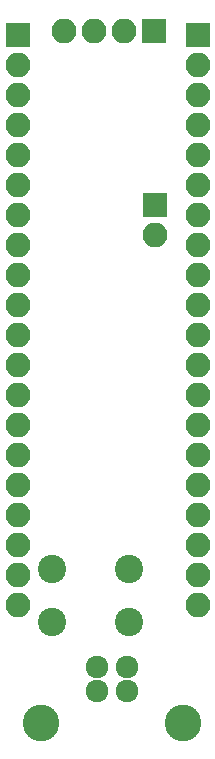
<source format=gbr>
G04 #@! TF.FileFunction,Soldermask,Bot*
%FSLAX46Y46*%
G04 Gerber Fmt 4.6, Leading zero omitted, Abs format (unit mm)*
G04 Created by KiCad (PCBNEW 4.0.7) date 03/25/21 13:56:31*
%MOMM*%
%LPD*%
G01*
G04 APERTURE LIST*
%ADD10C,0.100000*%
%ADD11C,2.400000*%
%ADD12R,2.100000X2.100000*%
%ADD13O,2.100000X2.100000*%
%ADD14C,1.920000*%
%ADD15C,3.100000*%
G04 APERTURE END LIST*
D10*
D11*
X64028000Y-83866000D03*
X64028000Y-79366000D03*
X70528000Y-83866000D03*
X70528000Y-79366000D03*
D12*
X61110000Y-34158000D03*
D13*
X61110000Y-36698000D03*
X61110000Y-39238000D03*
X61110000Y-41778000D03*
X61110000Y-44318000D03*
X61110000Y-46858000D03*
X61110000Y-49398000D03*
X61110000Y-51938000D03*
X61110000Y-54478000D03*
X61110000Y-57018000D03*
X61110000Y-59558000D03*
X61110000Y-62098000D03*
X61110000Y-64638000D03*
X61110000Y-67178000D03*
X61110000Y-69718000D03*
X61110000Y-72258000D03*
X61110000Y-74798000D03*
X61110000Y-77338000D03*
X61110000Y-79878000D03*
X61110000Y-82418000D03*
D12*
X76350000Y-34158000D03*
D13*
X76350000Y-36698000D03*
X76350000Y-39238000D03*
X76350000Y-41778000D03*
X76350000Y-44318000D03*
X76350000Y-46858000D03*
X76350000Y-49398000D03*
X76350000Y-51938000D03*
X76350000Y-54478000D03*
X76350000Y-57018000D03*
X76350000Y-59558000D03*
X76350000Y-62098000D03*
X76350000Y-64638000D03*
X76350000Y-67178000D03*
X76350000Y-69718000D03*
X76350000Y-72258000D03*
X76350000Y-74798000D03*
X76350000Y-77338000D03*
X76350000Y-79878000D03*
X76350000Y-82418000D03*
D12*
X72694800Y-33807400D03*
D13*
X70154800Y-33807400D03*
X67614800Y-33807400D03*
X65074800Y-33807400D03*
D14*
X67828000Y-87706000D03*
X70368000Y-87706000D03*
X70368000Y-89706000D03*
X67828000Y-89706000D03*
D15*
X63098000Y-92406000D03*
X75098000Y-92406000D03*
D12*
X72788000Y-48556000D03*
D13*
X72788000Y-51096000D03*
M02*

</source>
